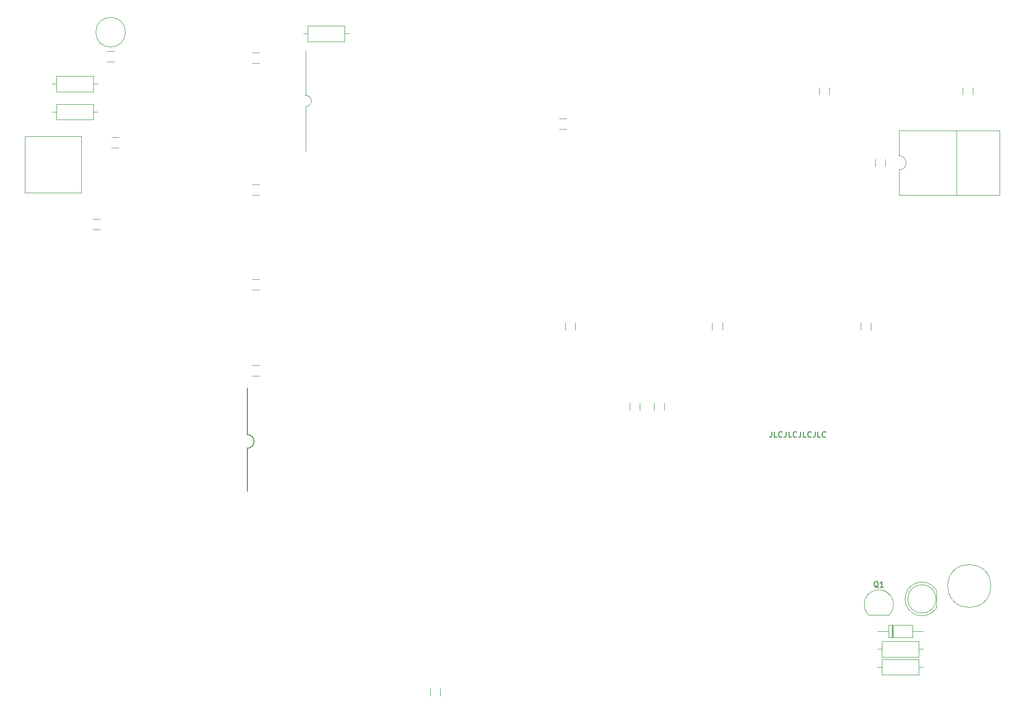
<source format=gto>
G04 #@! TF.GenerationSoftware,KiCad,Pcbnew,(7.99.0-363-gaf7eb36925)*
G04 #@! TF.CreationDate,2023-03-17T22:25:54-06:00*
G04 #@! TF.ProjectId,FennecVTI,46656e6e-6563-4565-9449-2e6b69636164,rev?*
G04 #@! TF.SameCoordinates,Original*
G04 #@! TF.FileFunction,Legend,Top*
G04 #@! TF.FilePolarity,Positive*
%FSLAX46Y46*%
G04 Gerber Fmt 4.6, Leading zero omitted, Abs format (unit mm)*
G04 Created by KiCad (PCBNEW (7.99.0-363-gaf7eb36925)) date 2023-03-17 22:25:54*
%MOMM*%
%LPD*%
G01*
G04 APERTURE LIST*
G04 Aperture macros list*
%AMOutline5P*
0 Free polygon, 5 corners , with rotation*
0 The origin of the aperture is its center*
0 number of corners: always 5*
0 $1 to $10 corner X, Y*
0 $11 Rotation angle, in degrees counterclockwise*
0 create outline with 5 corners*
4,1,5,$1,$2,$3,$4,$5,$6,$7,$8,$9,$10,$1,$2,$11*%
%AMOutline6P*
0 Free polygon, 6 corners , with rotation*
0 The origin of the aperture is its center*
0 number of corners: always 6*
0 $1 to $12 corner X, Y*
0 $13 Rotation angle, in degrees counterclockwise*
0 create outline with 6 corners*
4,1,6,$1,$2,$3,$4,$5,$6,$7,$8,$9,$10,$11,$12,$1,$2,$13*%
%AMOutline7P*
0 Free polygon, 7 corners , with rotation*
0 The origin of the aperture is its center*
0 number of corners: always 7*
0 $1 to $14 corner X, Y*
0 $15 Rotation angle, in degrees counterclockwise*
0 create outline with 7 corners*
4,1,7,$1,$2,$3,$4,$5,$6,$7,$8,$9,$10,$11,$12,$13,$14,$1,$2,$15*%
%AMOutline8P*
0 Free polygon, 8 corners , with rotation*
0 The origin of the aperture is its center*
0 number of corners: always 8*
0 $1 to $16 corner X, Y*
0 $17 Rotation angle, in degrees counterclockwise*
0 create outline with 8 corners*
4,1,8,$1,$2,$3,$4,$5,$6,$7,$8,$9,$10,$11,$12,$13,$14,$15,$16,$1,$2,$17*%
G04 Aperture macros list end*
%ADD10C,0.152400*%
%ADD11C,0.150000*%
%ADD12C,0.120000*%
%ADD13Outline5P,-0.650000X0.650000X0.325000X0.650000X0.650000X0.325000X0.650000X-0.650000X-0.650000X-0.650000X0.000000*%
%ADD14C,1.300000*%
%ADD15O,1.600000X2.400000*%
%ADD16R,1.600000X2.400000*%
%ADD17R,1.700000X1.700000*%
%ADD18O,1.700000X1.700000*%
%ADD19R,1.778000X1.778000*%
%ADD20C,1.778000*%
%ADD21C,4.000000*%
%ADD22R,1.600000X1.600000*%
%ADD23C,1.600000*%
%ADD24R,1.270000X2.540000*%
%ADD25O,1.270000X2.540000*%
%ADD26R,1.270000X2.500000*%
%ADD27O,1.270000X2.500000*%
%ADD28O,1.600000X1.600000*%
%ADD29R,2.500000X1.270000*%
%ADD30O,2.500000X1.270000*%
%ADD31R,1.800000X1.800000*%
%ADD32C,1.800000*%
%ADD33O,3.556000X2.032000*%
%ADD34O,2.286000X3.556000*%
G04 APERTURE END LIST*
D10*
X77216000Y-106426000D02*
X77216000Y-114046000D01*
X77216000Y-104013000D02*
X77216000Y-95758000D01*
X77216000Y-106426000D02*
G75*
G03*
X77216000Y-104013000I0J1206500D01*
G01*
D11*
X170005951Y-103475619D02*
X170005951Y-104189904D01*
X170005951Y-104189904D02*
X169958332Y-104332761D01*
X169958332Y-104332761D02*
X169863094Y-104428000D01*
X169863094Y-104428000D02*
X169720237Y-104475619D01*
X169720237Y-104475619D02*
X169624999Y-104475619D01*
X170958332Y-104475619D02*
X170482142Y-104475619D01*
X170482142Y-104475619D02*
X170482142Y-103475619D01*
X171863094Y-104380380D02*
X171815475Y-104428000D01*
X171815475Y-104428000D02*
X171672618Y-104475619D01*
X171672618Y-104475619D02*
X171577380Y-104475619D01*
X171577380Y-104475619D02*
X171434523Y-104428000D01*
X171434523Y-104428000D02*
X171339285Y-104332761D01*
X171339285Y-104332761D02*
X171291666Y-104237523D01*
X171291666Y-104237523D02*
X171244047Y-104047047D01*
X171244047Y-104047047D02*
X171244047Y-103904190D01*
X171244047Y-103904190D02*
X171291666Y-103713714D01*
X171291666Y-103713714D02*
X171339285Y-103618476D01*
X171339285Y-103618476D02*
X171434523Y-103523238D01*
X171434523Y-103523238D02*
X171577380Y-103475619D01*
X171577380Y-103475619D02*
X171672618Y-103475619D01*
X171672618Y-103475619D02*
X171815475Y-103523238D01*
X171815475Y-103523238D02*
X171863094Y-103570857D01*
X172577380Y-103475619D02*
X172577380Y-104189904D01*
X172577380Y-104189904D02*
X172529761Y-104332761D01*
X172529761Y-104332761D02*
X172434523Y-104428000D01*
X172434523Y-104428000D02*
X172291666Y-104475619D01*
X172291666Y-104475619D02*
X172196428Y-104475619D01*
X173529761Y-104475619D02*
X173053571Y-104475619D01*
X173053571Y-104475619D02*
X173053571Y-103475619D01*
X174434523Y-104380380D02*
X174386904Y-104428000D01*
X174386904Y-104428000D02*
X174244047Y-104475619D01*
X174244047Y-104475619D02*
X174148809Y-104475619D01*
X174148809Y-104475619D02*
X174005952Y-104428000D01*
X174005952Y-104428000D02*
X173910714Y-104332761D01*
X173910714Y-104332761D02*
X173863095Y-104237523D01*
X173863095Y-104237523D02*
X173815476Y-104047047D01*
X173815476Y-104047047D02*
X173815476Y-103904190D01*
X173815476Y-103904190D02*
X173863095Y-103713714D01*
X173863095Y-103713714D02*
X173910714Y-103618476D01*
X173910714Y-103618476D02*
X174005952Y-103523238D01*
X174005952Y-103523238D02*
X174148809Y-103475619D01*
X174148809Y-103475619D02*
X174244047Y-103475619D01*
X174244047Y-103475619D02*
X174386904Y-103523238D01*
X174386904Y-103523238D02*
X174434523Y-103570857D01*
X175148809Y-103475619D02*
X175148809Y-104189904D01*
X175148809Y-104189904D02*
X175101190Y-104332761D01*
X175101190Y-104332761D02*
X175005952Y-104428000D01*
X175005952Y-104428000D02*
X174863095Y-104475619D01*
X174863095Y-104475619D02*
X174767857Y-104475619D01*
X176101190Y-104475619D02*
X175625000Y-104475619D01*
X175625000Y-104475619D02*
X175625000Y-103475619D01*
X177005952Y-104380380D02*
X176958333Y-104428000D01*
X176958333Y-104428000D02*
X176815476Y-104475619D01*
X176815476Y-104475619D02*
X176720238Y-104475619D01*
X176720238Y-104475619D02*
X176577381Y-104428000D01*
X176577381Y-104428000D02*
X176482143Y-104332761D01*
X176482143Y-104332761D02*
X176434524Y-104237523D01*
X176434524Y-104237523D02*
X176386905Y-104047047D01*
X176386905Y-104047047D02*
X176386905Y-103904190D01*
X176386905Y-103904190D02*
X176434524Y-103713714D01*
X176434524Y-103713714D02*
X176482143Y-103618476D01*
X176482143Y-103618476D02*
X176577381Y-103523238D01*
X176577381Y-103523238D02*
X176720238Y-103475619D01*
X176720238Y-103475619D02*
X176815476Y-103475619D01*
X176815476Y-103475619D02*
X176958333Y-103523238D01*
X176958333Y-103523238D02*
X177005952Y-103570857D01*
X177720238Y-103475619D02*
X177720238Y-104189904D01*
X177720238Y-104189904D02*
X177672619Y-104332761D01*
X177672619Y-104332761D02*
X177577381Y-104428000D01*
X177577381Y-104428000D02*
X177434524Y-104475619D01*
X177434524Y-104475619D02*
X177339286Y-104475619D01*
X178672619Y-104475619D02*
X178196429Y-104475619D01*
X178196429Y-104475619D02*
X178196429Y-103475619D01*
X179577381Y-104380380D02*
X179529762Y-104428000D01*
X179529762Y-104428000D02*
X179386905Y-104475619D01*
X179386905Y-104475619D02*
X179291667Y-104475619D01*
X179291667Y-104475619D02*
X179148810Y-104428000D01*
X179148810Y-104428000D02*
X179053572Y-104332761D01*
X179053572Y-104332761D02*
X179005953Y-104237523D01*
X179005953Y-104237523D02*
X178958334Y-104047047D01*
X178958334Y-104047047D02*
X178958334Y-103904190D01*
X178958334Y-103904190D02*
X179005953Y-103713714D01*
X179005953Y-103713714D02*
X179053572Y-103618476D01*
X179053572Y-103618476D02*
X179148810Y-103523238D01*
X179148810Y-103523238D02*
X179291667Y-103475619D01*
X179291667Y-103475619D02*
X179386905Y-103475619D01*
X179386905Y-103475619D02*
X179529762Y-103523238D01*
X179529762Y-103523238D02*
X179577381Y-103570857D01*
X188880761Y-131088857D02*
X188785523Y-131041238D01*
X188785523Y-131041238D02*
X188690285Y-130946000D01*
X188690285Y-130946000D02*
X188547428Y-130803142D01*
X188547428Y-130803142D02*
X188452190Y-130755523D01*
X188452190Y-130755523D02*
X188356952Y-130755523D01*
X188404571Y-130993619D02*
X188309333Y-130946000D01*
X188309333Y-130946000D02*
X188214095Y-130850761D01*
X188214095Y-130850761D02*
X188166476Y-130660285D01*
X188166476Y-130660285D02*
X188166476Y-130326952D01*
X188166476Y-130326952D02*
X188214095Y-130136476D01*
X188214095Y-130136476D02*
X188309333Y-130041238D01*
X188309333Y-130041238D02*
X188404571Y-129993619D01*
X188404571Y-129993619D02*
X188595047Y-129993619D01*
X188595047Y-129993619D02*
X188690285Y-130041238D01*
X188690285Y-130041238D02*
X188785523Y-130136476D01*
X188785523Y-130136476D02*
X188833142Y-130326952D01*
X188833142Y-130326952D02*
X188833142Y-130660285D01*
X188833142Y-130660285D02*
X188785523Y-130850761D01*
X188785523Y-130850761D02*
X188690285Y-130946000D01*
X188690285Y-130946000D02*
X188595047Y-130993619D01*
X188595047Y-130993619D02*
X188404571Y-130993619D01*
X189785523Y-130993619D02*
X189214095Y-130993619D01*
X189499809Y-130993619D02*
X189499809Y-129993619D01*
X189499809Y-129993619D02*
X189404571Y-130136476D01*
X189404571Y-130136476D02*
X189309333Y-130231714D01*
X189309333Y-130231714D02*
X189214095Y-130279333D01*
D12*
X187176000Y-135941000D02*
X190776000Y-135941000D01*
X190814478Y-135929478D02*
G75*
G03*
X188976000Y-131491000I-1838478J1838478D01*
G01*
X188976000Y-131491000D02*
G75*
G03*
X187137522Y-135929478I0J-2600000D01*
G01*
X187610000Y-84227000D02*
X187610000Y-85485000D01*
X185770000Y-84227000D02*
X185770000Y-85485000D01*
X192532000Y-54610000D02*
X192532000Y-50165000D01*
X192532000Y-57150000D02*
X192532000Y-61595000D01*
X192532000Y-61595000D02*
X200152000Y-61595000D01*
X200152000Y-50165000D02*
X192532000Y-50165000D01*
X200152000Y-61595000D02*
X210312000Y-61595000D01*
X202692000Y-50165000D02*
X202692000Y-61595000D01*
X210312000Y-50165000D02*
X200152000Y-50165000D01*
X210312000Y-61595000D02*
X210312000Y-50165000D01*
X192532000Y-57150000D02*
G75*
G03*
X192532000Y-54610000I0J1270000D01*
G01*
X188746000Y-141986000D02*
X189516000Y-141986000D01*
X189516000Y-140616000D02*
X189516000Y-143356000D01*
X189516000Y-143356000D02*
X196056000Y-143356000D01*
X196056000Y-140616000D02*
X189516000Y-140616000D01*
X196056000Y-143356000D02*
X196056000Y-140616000D01*
X196826000Y-141986000D02*
X196056000Y-141986000D01*
X50776000Y-41910000D02*
X50006000Y-41910000D01*
X50006000Y-43280000D02*
X50006000Y-40540000D01*
X50006000Y-40540000D02*
X43466000Y-40540000D01*
X43466000Y-43280000D02*
X50006000Y-43280000D01*
X43466000Y-40540000D02*
X43466000Y-43280000D01*
X42696000Y-41910000D02*
X43466000Y-41910000D01*
X95226000Y-33020000D02*
X94456000Y-33020000D01*
X94456000Y-34390000D02*
X94456000Y-31650000D01*
X94456000Y-31650000D02*
X87916000Y-31650000D01*
X87916000Y-34390000D02*
X94456000Y-34390000D01*
X87916000Y-31650000D02*
X87916000Y-34390000D01*
X87146000Y-33020000D02*
X87916000Y-33020000D01*
X208788000Y-130808349D02*
G75*
G03*
X208788000Y-130808349I-3810000J0D01*
G01*
X87565000Y-45958000D02*
X87565000Y-53848000D01*
X87565000Y-36068000D02*
X87565000Y-43958000D01*
X87565000Y-45958000D02*
G75*
G03*
X87565000Y-43958000I0J1000000D01*
G01*
X79369000Y-61626000D02*
X78111000Y-61626000D01*
X79369000Y-59786000D02*
X78111000Y-59786000D01*
X53715000Y-38004000D02*
X52457000Y-38004000D01*
X53715000Y-36164000D02*
X52457000Y-36164000D01*
X199161000Y-134641000D02*
X199161000Y-131551000D01*
X193611001Y-133095538D02*
G75*
G03*
X199160999Y-134640830I2989999J-462D01*
G01*
X199161000Y-131551170D02*
G75*
G03*
X193611000Y-133096462I-2560000J-1544830D01*
G01*
X199101000Y-133096000D02*
G75*
G03*
X199101000Y-133096000I-2500000J0D01*
G01*
X111410000Y-148977000D02*
X111410000Y-150235000D01*
X109570000Y-148977000D02*
X109570000Y-150235000D01*
X79349000Y-78390000D02*
X78091000Y-78390000D01*
X79349000Y-76550000D02*
X78091000Y-76550000D01*
X205644000Y-42535000D02*
X205644000Y-43793000D01*
X203804000Y-42535000D02*
X203804000Y-43793000D01*
X135286000Y-84187000D02*
X135286000Y-85445000D01*
X133446000Y-84187000D02*
X133446000Y-85445000D01*
X188746000Y-138811000D02*
X190666000Y-138811000D01*
X190666000Y-137691000D02*
X190666000Y-139931000D01*
X190666000Y-139931000D02*
X194906000Y-139931000D01*
X191266000Y-137691000D02*
X191266000Y-139931000D01*
X191386000Y-137691000D02*
X191386000Y-139931000D01*
X191506000Y-137691000D02*
X191506000Y-139931000D01*
X194906000Y-137691000D02*
X190666000Y-137691000D01*
X194906000Y-139931000D02*
X194906000Y-137691000D01*
X196826000Y-138811000D02*
X194906000Y-138811000D01*
X161321000Y-84187000D02*
X161321000Y-85445000D01*
X159481000Y-84187000D02*
X159481000Y-85445000D01*
X144876000Y-99689000D02*
X144876000Y-98431000D01*
X146716000Y-99689000D02*
X146716000Y-98431000D01*
X188746000Y-145161000D02*
X189516000Y-145161000D01*
X189516000Y-143791000D02*
X189516000Y-146531000D01*
X189516000Y-146531000D02*
X196056000Y-146531000D01*
X196056000Y-143791000D02*
X189516000Y-143791000D01*
X196056000Y-146531000D02*
X196056000Y-143791000D01*
X196826000Y-145161000D02*
X196056000Y-145161000D01*
X79389000Y-93630000D02*
X78131000Y-93630000D01*
X79389000Y-91790000D02*
X78131000Y-91790000D01*
X190150000Y-55251000D02*
X190150000Y-56509000D01*
X188310000Y-55251000D02*
X188310000Y-56509000D01*
X51175000Y-67722000D02*
X49917000Y-67722000D01*
X51175000Y-65882000D02*
X49917000Y-65882000D01*
X50776000Y-46863000D02*
X50006000Y-46863000D01*
X50006000Y-48233000D02*
X50006000Y-45493000D01*
X50006000Y-45493000D02*
X43466000Y-45493000D01*
X43466000Y-48233000D02*
X50006000Y-48233000D01*
X43466000Y-45493000D02*
X43466000Y-48233000D01*
X42696000Y-46863000D02*
X43466000Y-46863000D01*
X47850000Y-51205000D02*
X47850000Y-61205000D01*
X37850000Y-51205000D02*
X47850000Y-51205000D01*
X47850000Y-61205000D02*
X41850000Y-61205000D01*
X41850000Y-61205000D02*
X37850000Y-61205000D01*
X37850000Y-61205000D02*
X37850000Y-51205000D01*
X133745000Y-49942000D02*
X132487000Y-49942000D01*
X133745000Y-48102000D02*
X132487000Y-48102000D01*
X180244000Y-42551000D02*
X180244000Y-43809000D01*
X178404000Y-42551000D02*
X178404000Y-43809000D01*
X79349000Y-38258000D02*
X78091000Y-38258000D01*
X79349000Y-36418000D02*
X78091000Y-36418000D01*
X149194000Y-99729000D02*
X149194000Y-98471000D01*
X151034000Y-99729000D02*
X151034000Y-98471000D01*
X54477000Y-53244000D02*
X53219000Y-53244000D01*
X54477000Y-51404000D02*
X53219000Y-51404000D01*
X55661113Y-32766000D02*
G75*
G03*
X55661113Y-32766000I-2620000J0D01*
G01*
%LPC*%
D13*
X187706000Y-134091000D03*
D14*
X188976000Y-132821000D03*
X190246000Y-134091000D03*
D15*
X73406000Y-97282000D03*
X75946000Y-97282000D03*
X78486000Y-97282000D03*
X81026000Y-97282000D03*
X83566000Y-97282000D03*
X86106000Y-97282000D03*
X88646000Y-97282000D03*
X91186000Y-97282000D03*
X93726000Y-97282000D03*
X96266000Y-97282000D03*
X98806000Y-97282000D03*
X101346000Y-97282000D03*
X103886000Y-97282000D03*
X106426000Y-97282000D03*
X106426000Y-112522000D03*
X103886000Y-112522000D03*
X101346000Y-112522000D03*
X98806000Y-112522000D03*
X96266000Y-112522000D03*
X93726000Y-112522000D03*
X91186000Y-112522000D03*
X88646000Y-112522000D03*
X86106000Y-112522000D03*
X83566000Y-112522000D03*
X81026000Y-112522000D03*
D16*
X78486000Y-112522000D03*
D15*
X75946000Y-112522000D03*
D16*
X73406000Y-112522000D03*
X78486000Y-112527000D03*
D15*
X81026000Y-112527000D03*
X83566000Y-112527000D03*
X86106000Y-112527000D03*
X88646000Y-112527000D03*
X91186000Y-112527000D03*
X93726000Y-112527000D03*
X96266000Y-112527000D03*
X98806000Y-112527000D03*
X101346000Y-112527000D03*
X103886000Y-112527000D03*
X106426000Y-112527000D03*
X106426000Y-97287000D03*
X103886000Y-97287000D03*
X101346000Y-97287000D03*
X98806000Y-97287000D03*
X96266000Y-97287000D03*
X93726000Y-97287000D03*
X91186000Y-97287000D03*
X88646000Y-97287000D03*
X86106000Y-97287000D03*
X83566000Y-97287000D03*
X81026000Y-97287000D03*
X78486000Y-97287000D03*
D17*
X72771000Y-147828000D03*
D18*
X75311000Y-147828000D03*
X77851000Y-147828000D03*
X80391000Y-147828000D03*
X82931000Y-147828000D03*
X85471000Y-147828000D03*
X88011000Y-147828000D03*
X90551000Y-147828000D03*
X93091000Y-147828000D03*
X95631000Y-147828000D03*
X98171000Y-147828000D03*
X100711000Y-147828000D03*
X103251000Y-147828000D03*
X105791000Y-147828000D03*
D19*
X247650000Y-50292000D03*
D20*
X247650000Y-52832000D03*
X247650000Y-55372000D03*
X247650000Y-57912000D03*
X247650000Y-60452000D03*
X250190000Y-50292000D03*
X250190000Y-52832000D03*
X250190000Y-55372000D03*
X250190000Y-57912000D03*
X250190000Y-60452000D03*
X229870000Y-29972000D03*
X229870000Y-32512000D03*
X229870000Y-35052000D03*
X232410000Y-29972000D03*
X232410000Y-32512000D03*
X232410000Y-35052000D03*
D21*
X46650331Y-72600000D03*
X46650331Y-97600000D03*
D22*
X48070331Y-90640000D03*
D23*
X48070331Y-87870000D03*
X48070331Y-85100000D03*
X48070331Y-82330000D03*
X48070331Y-79560000D03*
X45230331Y-89255000D03*
X45230331Y-86485000D03*
X45230331Y-83715000D03*
X45230331Y-80945000D03*
D19*
X234950000Y-113792000D03*
D20*
X234950000Y-116332000D03*
X234950000Y-118872000D03*
X234950000Y-121412000D03*
X234950000Y-123952000D03*
X237490000Y-113792000D03*
X237490000Y-116332000D03*
X237490000Y-118872000D03*
X237490000Y-121412000D03*
X237490000Y-123952000D03*
X240030000Y-113792000D03*
X240030000Y-116332000D03*
X240030000Y-118872000D03*
X240030000Y-121412000D03*
X240030000Y-123952000D03*
X242570000Y-113792000D03*
X242570000Y-116332000D03*
X242570000Y-118872000D03*
X242570000Y-121412000D03*
X242570000Y-123952000D03*
X245110000Y-113792000D03*
X245110000Y-116332000D03*
X245110000Y-118872000D03*
X245110000Y-121412000D03*
X245110000Y-123952000D03*
D19*
X247650000Y-101092000D03*
D20*
X247650000Y-103632000D03*
X247650000Y-106172000D03*
X247650000Y-108712000D03*
X247650000Y-111252000D03*
X250190000Y-101092000D03*
X250190000Y-103632000D03*
X250190000Y-106172000D03*
X250190000Y-108712000D03*
X250190000Y-111252000D03*
X212090000Y-116332000D03*
X212090000Y-118872000D03*
X212090000Y-121412000D03*
X212090000Y-123952000D03*
X214630000Y-113792000D03*
X214630000Y-116332000D03*
X214630000Y-118872000D03*
X214630000Y-121412000D03*
X214630000Y-123952000D03*
X217170000Y-113792000D03*
X217170000Y-116332000D03*
X217170000Y-118872000D03*
X217170000Y-121412000D03*
X217170000Y-123952000D03*
X219710000Y-113792000D03*
X219710000Y-116332000D03*
X219710000Y-118872000D03*
X219710000Y-121412000D03*
X219710000Y-123952000D03*
D23*
X186690000Y-83606000D03*
X186690000Y-86106000D03*
D20*
X229870000Y-37592000D03*
X229870000Y-40132000D03*
X229870000Y-42672000D03*
X229870000Y-45212000D03*
X229870000Y-47752000D03*
X232410000Y-37592000D03*
X232410000Y-40132000D03*
X232410000Y-42672000D03*
X232410000Y-45212000D03*
X232410000Y-47752000D03*
D19*
X222250000Y-62992000D03*
D20*
X222250000Y-65532000D03*
X222250000Y-68072000D03*
X222250000Y-70612000D03*
X222250000Y-73152000D03*
X224790000Y-62992000D03*
X224790000Y-65532000D03*
X224790000Y-68072000D03*
X224790000Y-70612000D03*
X224790000Y-73152000D03*
X227330000Y-62992000D03*
X227330000Y-65532000D03*
X227330000Y-68072000D03*
X227330000Y-70612000D03*
X227330000Y-73152000D03*
X229870000Y-62992000D03*
X229870000Y-65532000D03*
X229870000Y-68072000D03*
X229870000Y-70612000D03*
X229870000Y-73152000D03*
X232410000Y-62992000D03*
X232410000Y-65532000D03*
X232410000Y-68072000D03*
X232410000Y-70612000D03*
X232410000Y-73152000D03*
D24*
X83820000Y-66498000D03*
D25*
X86360000Y-66498000D03*
X88900000Y-66498000D03*
X91440000Y-66498000D03*
X93980000Y-66498000D03*
X96520000Y-66498000D03*
X99060000Y-66498000D03*
X101600000Y-66498000D03*
X104140000Y-66498000D03*
X106680000Y-66498000D03*
X106680000Y-58978000D03*
X104140000Y-58978000D03*
X101600000Y-58978000D03*
X99060000Y-58978000D03*
X96520000Y-58978000D03*
X93980000Y-58978000D03*
X91440000Y-58978000D03*
X88900000Y-58978000D03*
X86360000Y-58978000D03*
X83820000Y-58978000D03*
D26*
X193802000Y-59640000D03*
D27*
X201422000Y-59640000D03*
X209042000Y-59640000D03*
X201422000Y-52120000D03*
X209042000Y-52120000D03*
X193802000Y-52120000D03*
D19*
X234950000Y-88392000D03*
D20*
X234950000Y-90932000D03*
X234950000Y-93472000D03*
X234950000Y-96012000D03*
X234950000Y-98552000D03*
X237490000Y-88392000D03*
X237490000Y-90932000D03*
X237490000Y-93472000D03*
X237490000Y-96012000D03*
X237490000Y-98552000D03*
X240030000Y-88392000D03*
X240030000Y-90932000D03*
X240030000Y-93472000D03*
X240030000Y-96012000D03*
X240030000Y-98552000D03*
X242570000Y-88392000D03*
X242570000Y-90932000D03*
X242570000Y-93472000D03*
X242570000Y-96012000D03*
X242570000Y-98552000D03*
X245110000Y-88392000D03*
X245110000Y-90932000D03*
X245110000Y-93472000D03*
X245110000Y-96012000D03*
X245110000Y-98552000D03*
D24*
X83820000Y-84836000D03*
D25*
X86360000Y-84836000D03*
X88900000Y-84836000D03*
X91440000Y-84836000D03*
X93980000Y-84836000D03*
X96520000Y-84836000D03*
X99060000Y-84836000D03*
X101600000Y-84836000D03*
X104140000Y-84836000D03*
X106680000Y-84836000D03*
X106680000Y-77316000D03*
X104140000Y-77316000D03*
X101600000Y-77316000D03*
X99060000Y-77316000D03*
X96520000Y-77316000D03*
X93980000Y-77316000D03*
X91440000Y-77316000D03*
X88900000Y-77316000D03*
X86360000Y-77316000D03*
X83820000Y-77316000D03*
D26*
X201676000Y-100350000D03*
D27*
X199136000Y-100350000D03*
X196596000Y-100350000D03*
X194056000Y-100350000D03*
X191516000Y-100350000D03*
X188976000Y-100350000D03*
X186436000Y-100350000D03*
X183896000Y-100350000D03*
X181356000Y-100350000D03*
X178816000Y-100350000D03*
X176276000Y-100350000D03*
X173736000Y-100350000D03*
X171196000Y-100350000D03*
X168656000Y-100350000D03*
X166116000Y-100350000D03*
X163576000Y-100350000D03*
X161036000Y-100350000D03*
X158496000Y-100350000D03*
X155956000Y-100350000D03*
X153416000Y-100350000D03*
X153416000Y-115550000D03*
X155956000Y-115550000D03*
X158496000Y-115550000D03*
X161036000Y-115550000D03*
X163576000Y-115550000D03*
X166116000Y-115550000D03*
X168656000Y-115550000D03*
X171196000Y-115550000D03*
X173736000Y-115550000D03*
X176276000Y-115550000D03*
X178816000Y-115550000D03*
X181356000Y-115550000D03*
X183896000Y-115550000D03*
X186436000Y-115550000D03*
X188976000Y-115550000D03*
X191516000Y-115550000D03*
X194056000Y-115550000D03*
X196596000Y-115550000D03*
X199136000Y-115550000D03*
X201676000Y-115550000D03*
D23*
X187706000Y-141986000D03*
D28*
X197866000Y-141986000D03*
D23*
X51816000Y-41910000D03*
D28*
X41656000Y-41910000D03*
D19*
X222250000Y-88392000D03*
D20*
X222250000Y-90932000D03*
X222250000Y-93472000D03*
X222250000Y-96012000D03*
X222250000Y-98552000D03*
X224790000Y-88392000D03*
X224790000Y-90932000D03*
X224790000Y-93472000D03*
X224790000Y-96012000D03*
X224790000Y-98552000D03*
X227330000Y-88392000D03*
X227330000Y-90932000D03*
X227330000Y-93472000D03*
X227330000Y-96012000D03*
X227330000Y-98552000D03*
X229870000Y-88392000D03*
X229870000Y-90932000D03*
X229870000Y-93472000D03*
X229870000Y-96012000D03*
X229870000Y-98552000D03*
X232410000Y-88392000D03*
X232410000Y-90932000D03*
X232410000Y-93472000D03*
X232410000Y-96012000D03*
X232410000Y-98552000D03*
D23*
X96266000Y-33020000D03*
D28*
X86106000Y-33020000D03*
D22*
X204978000Y-128903349D03*
D23*
X204978000Y-132403349D03*
D16*
X88895000Y-52578000D03*
D15*
X91435000Y-52578000D03*
X93975000Y-52578000D03*
X96515000Y-52578000D03*
X99055000Y-52578000D03*
X101595000Y-52578000D03*
X104135000Y-52578000D03*
X106675000Y-52578000D03*
X109215000Y-52578000D03*
X111755000Y-52578000D03*
X114295000Y-52578000D03*
X116835000Y-52578000D03*
X116835000Y-37338000D03*
X114295000Y-37338000D03*
X111755000Y-37338000D03*
X109215000Y-37338000D03*
X106675000Y-37338000D03*
X104135000Y-37338000D03*
X101595000Y-37338000D03*
X99055000Y-37338000D03*
X96515000Y-37338000D03*
X93975000Y-37338000D03*
X91435000Y-37338000D03*
X88895000Y-37338000D03*
D23*
X79990000Y-60706000D03*
X77490000Y-60706000D03*
X54336000Y-37084000D03*
X51836000Y-37084000D03*
D19*
X234950000Y-101092000D03*
D20*
X234950000Y-103632000D03*
X234950000Y-106172000D03*
X234950000Y-108712000D03*
X234950000Y-111252000D03*
X237490000Y-101092000D03*
X237490000Y-103632000D03*
X237490000Y-106172000D03*
X237490000Y-108712000D03*
X237490000Y-111252000D03*
X240030000Y-101092000D03*
X240030000Y-103632000D03*
X240030000Y-106172000D03*
X240030000Y-108712000D03*
X240030000Y-111252000D03*
X242570000Y-101092000D03*
X242570000Y-103632000D03*
X242570000Y-106172000D03*
X242570000Y-108712000D03*
X242570000Y-111252000D03*
X245110000Y-101092000D03*
X245110000Y-103632000D03*
X245110000Y-106172000D03*
X245110000Y-108712000D03*
X245110000Y-111252000D03*
D17*
X71740000Y-83693000D03*
D18*
X69200000Y-83693000D03*
X66660000Y-83693000D03*
D29*
X134670000Y-100330000D03*
D30*
X134670000Y-102870000D03*
X134670000Y-105410000D03*
X134670000Y-107950000D03*
X134670000Y-110490000D03*
X134670000Y-113030000D03*
X134670000Y-115570000D03*
X142190000Y-115570000D03*
X142190000Y-113030000D03*
X142190000Y-110490000D03*
X142190000Y-107950000D03*
X142190000Y-105410000D03*
X142190000Y-102870000D03*
X142190000Y-100330000D03*
D19*
X247650000Y-62992000D03*
D20*
X247650000Y-65532000D03*
X247650000Y-68072000D03*
X247650000Y-70612000D03*
X247650000Y-73152000D03*
X250190000Y-62992000D03*
X250190000Y-65532000D03*
X250190000Y-68072000D03*
X250190000Y-70612000D03*
X250190000Y-73152000D03*
D24*
X190881000Y-88546000D03*
D25*
X193421000Y-88546000D03*
X195961000Y-88546000D03*
X198501000Y-88546000D03*
X201041000Y-88546000D03*
X203581000Y-88546000D03*
X206121000Y-88546000D03*
X208661000Y-88546000D03*
X208661000Y-81026000D03*
X206121000Y-81026000D03*
X203581000Y-81026000D03*
X201041000Y-81026000D03*
X198501000Y-81026000D03*
X195961000Y-81026000D03*
X193421000Y-81026000D03*
X190881000Y-81026000D03*
D19*
X247650000Y-75692000D03*
D20*
X247650000Y-78232000D03*
X247650000Y-80772000D03*
X247650000Y-83312000D03*
X247650000Y-85852000D03*
X250190000Y-75692000D03*
X250190000Y-78232000D03*
X250190000Y-80772000D03*
X250190000Y-83312000D03*
X250190000Y-85852000D03*
D17*
X166370000Y-137414000D03*
D18*
X166370000Y-134874000D03*
X168910000Y-137414000D03*
X168910000Y-134874000D03*
X171450000Y-137414000D03*
X171450000Y-134874000D03*
X173990000Y-137414000D03*
X173990000Y-134874000D03*
X176530000Y-137414000D03*
X176530000Y-134874000D03*
X179070000Y-137414000D03*
X179070000Y-134874000D03*
D31*
X197871000Y-133096000D03*
D32*
X195331000Y-133096000D03*
D23*
X110490000Y-148356000D03*
X110490000Y-150856000D03*
D21*
X46840000Y-113355000D03*
X46840000Y-146655000D03*
D22*
X48260000Y-139700000D03*
D23*
X48260000Y-136930000D03*
X48260000Y-134160000D03*
X48260000Y-131390000D03*
X48260000Y-128620000D03*
X48260000Y-125850000D03*
X48260000Y-123080000D03*
X48260000Y-120310000D03*
X45420000Y-138315000D03*
X45420000Y-135545000D03*
X45420000Y-132775000D03*
X45420000Y-130005000D03*
X45420000Y-127235000D03*
X45420000Y-124465000D03*
X45420000Y-121695000D03*
X79970000Y-77470000D03*
X77470000Y-77470000D03*
D26*
X57658000Y-45974000D03*
D27*
X60198000Y-45974000D03*
X62738000Y-45974000D03*
X65278000Y-45974000D03*
X67818000Y-45974000D03*
X70358000Y-45974000D03*
X72898000Y-45974000D03*
X72898000Y-38454000D03*
X70358000Y-38454000D03*
X67818000Y-38454000D03*
X65278000Y-38454000D03*
X62738000Y-38454000D03*
X60198000Y-38454000D03*
X57658000Y-38454000D03*
D20*
X217170000Y-111252000D03*
X219710000Y-108712000D03*
X219710000Y-111252000D03*
D19*
X234950000Y-126492000D03*
D20*
X234950000Y-129032000D03*
X234950000Y-131572000D03*
X237490000Y-126492000D03*
X237490000Y-129032000D03*
X237490000Y-131572000D03*
X240030000Y-126492000D03*
X240030000Y-129032000D03*
X240030000Y-131572000D03*
X242570000Y-126492000D03*
X242570000Y-129032000D03*
X242570000Y-131572000D03*
X245110000Y-126492000D03*
X245110000Y-129032000D03*
X245110000Y-131572000D03*
D23*
X204724000Y-41914000D03*
X204724000Y-44414000D03*
X134366000Y-83566000D03*
X134366000Y-86066000D03*
D26*
X57658000Y-140462000D03*
D27*
X60198000Y-140462000D03*
X62738000Y-140462000D03*
X65278000Y-140462000D03*
X67818000Y-140462000D03*
X70358000Y-140462000D03*
X72898000Y-140462000D03*
X75438000Y-140462000D03*
X77978000Y-140462000D03*
X80518000Y-140462000D03*
X83058000Y-140462000D03*
X85598000Y-140462000D03*
X88138000Y-140462000D03*
X90678000Y-140462000D03*
X93218000Y-140462000D03*
X95758000Y-140462000D03*
X98298000Y-140462000D03*
X100838000Y-140462000D03*
X103378000Y-140462000D03*
X105918000Y-140462000D03*
X105918000Y-125262000D03*
X103378000Y-125262000D03*
X100838000Y-125262000D03*
X98298000Y-125262000D03*
X95758000Y-125262000D03*
X93218000Y-125262000D03*
X90678000Y-125262000D03*
X88138000Y-125262000D03*
X85598000Y-125262000D03*
X83058000Y-125262000D03*
X80518000Y-125262000D03*
X77978000Y-125262000D03*
X75438000Y-125262000D03*
X72898000Y-125262000D03*
X70358000Y-125262000D03*
X67818000Y-125262000D03*
X65278000Y-125262000D03*
X62738000Y-125262000D03*
X60198000Y-125262000D03*
X57658000Y-125262000D03*
D22*
X187706000Y-138811000D03*
D28*
X197866000Y-138811000D03*
D17*
X56129000Y-147828000D03*
D18*
X58669000Y-147828000D03*
D17*
X99568000Y-33020000D03*
D18*
X102108000Y-33020000D03*
D23*
X160401000Y-83566000D03*
X160401000Y-86066000D03*
D24*
X138811000Y-88596000D03*
D25*
X141351000Y-88596000D03*
X143891000Y-88596000D03*
X146431000Y-88596000D03*
X148971000Y-88596000D03*
X151511000Y-88596000D03*
X154051000Y-88596000D03*
X156591000Y-88596000D03*
X156591000Y-81076000D03*
X154051000Y-81076000D03*
X151511000Y-81076000D03*
X148971000Y-81076000D03*
X146431000Y-81076000D03*
X143891000Y-81076000D03*
X141351000Y-81076000D03*
X138811000Y-81076000D03*
D23*
X145796000Y-100310000D03*
X145796000Y-97810000D03*
D17*
X66548000Y-147828000D03*
D18*
X64008000Y-147828000D03*
D23*
X187706000Y-145161000D03*
D28*
X197866000Y-145161000D03*
D16*
X138811000Y-64262000D03*
D15*
X141351000Y-64262000D03*
X143891000Y-64262000D03*
X146431000Y-64262000D03*
X148971000Y-64262000D03*
X151511000Y-64262000D03*
X154051000Y-64262000D03*
X156591000Y-64262000D03*
X159131000Y-64262000D03*
X161671000Y-64262000D03*
X164211000Y-64262000D03*
X166751000Y-64262000D03*
X166751000Y-49022000D03*
X164211000Y-49022000D03*
X161671000Y-49022000D03*
X159131000Y-49022000D03*
X156591000Y-49022000D03*
X154051000Y-49022000D03*
X151511000Y-49022000D03*
X148971000Y-49022000D03*
X146431000Y-49022000D03*
X143891000Y-49022000D03*
X141351000Y-49022000D03*
X138811000Y-49022000D03*
D19*
X222250000Y-126492000D03*
D20*
X222250000Y-129032000D03*
X222250000Y-131572000D03*
X224790000Y-126492000D03*
X224790000Y-129032000D03*
X224790000Y-131572000D03*
X227330000Y-126492000D03*
X227330000Y-129032000D03*
X227330000Y-131572000D03*
X229870000Y-126492000D03*
X229870000Y-129032000D03*
X229870000Y-131572000D03*
X232410000Y-126492000D03*
X232410000Y-129032000D03*
X232410000Y-131572000D03*
D24*
X164846000Y-88596000D03*
D25*
X167386000Y-88596000D03*
X169926000Y-88596000D03*
X172466000Y-88596000D03*
X175006000Y-88596000D03*
X177546000Y-88596000D03*
X180086000Y-88596000D03*
X182626000Y-88596000D03*
X182626000Y-81076000D03*
X180086000Y-81076000D03*
X177546000Y-81076000D03*
X175006000Y-81076000D03*
X172466000Y-81076000D03*
X169926000Y-81076000D03*
X167386000Y-81076000D03*
X164846000Y-81076000D03*
D23*
X80010000Y-92710000D03*
X77510000Y-92710000D03*
D19*
X234950000Y-75692000D03*
D20*
X234950000Y-78232000D03*
X234950000Y-80772000D03*
X234950000Y-83312000D03*
X234950000Y-85852000D03*
X237490000Y-75692000D03*
X237490000Y-78232000D03*
X237490000Y-80772000D03*
X237490000Y-83312000D03*
X237490000Y-85852000D03*
X240030000Y-75692000D03*
X240030000Y-78232000D03*
X240030000Y-80772000D03*
X240030000Y-83312000D03*
X240030000Y-85852000D03*
X242570000Y-75692000D03*
X242570000Y-78232000D03*
X242570000Y-80772000D03*
X242570000Y-83312000D03*
X242570000Y-85852000D03*
X245110000Y-75692000D03*
X245110000Y-78232000D03*
X245110000Y-80772000D03*
X245110000Y-83312000D03*
X245110000Y-85852000D03*
D23*
X189230000Y-54630000D03*
X189230000Y-57130000D03*
D19*
X234950000Y-50292000D03*
D20*
X234950000Y-52832000D03*
X234950000Y-55372000D03*
X234950000Y-57912000D03*
X234950000Y-60452000D03*
X237490000Y-50292000D03*
X237490000Y-52832000D03*
X237490000Y-55372000D03*
X237490000Y-57912000D03*
X237490000Y-60452000D03*
X240030000Y-50292000D03*
X240030000Y-52832000D03*
X240030000Y-55372000D03*
X240030000Y-57912000D03*
X240030000Y-60452000D03*
X242570000Y-50292000D03*
X242570000Y-52832000D03*
X242570000Y-55372000D03*
X242570000Y-57912000D03*
X242570000Y-60452000D03*
X245110000Y-50292000D03*
X245110000Y-52832000D03*
X245110000Y-55372000D03*
X245110000Y-57912000D03*
X245110000Y-60452000D03*
X212090000Y-126492000D03*
X212090000Y-129032000D03*
X212090000Y-131572000D03*
X214630000Y-126492000D03*
X214630000Y-129032000D03*
X214630000Y-131572000D03*
X217170000Y-126492000D03*
X217170000Y-129032000D03*
X217170000Y-131572000D03*
X219710000Y-126492000D03*
X219710000Y-129032000D03*
X219710000Y-131572000D03*
D16*
X83805000Y-52578000D03*
D15*
X86345000Y-52578000D03*
X88885000Y-52578000D03*
X91425000Y-52578000D03*
X93965000Y-52578000D03*
X96505000Y-52578000D03*
X99045000Y-52578000D03*
X101585000Y-52578000D03*
X104125000Y-52578000D03*
X106665000Y-52578000D03*
X109205000Y-52578000D03*
X111745000Y-52578000D03*
X114285000Y-52578000D03*
X116825000Y-52578000D03*
X116825000Y-37338000D03*
X114285000Y-37338000D03*
X111745000Y-37338000D03*
X109205000Y-37338000D03*
X106665000Y-37338000D03*
X104125000Y-37338000D03*
X101585000Y-37338000D03*
X99045000Y-37338000D03*
X96505000Y-37338000D03*
X93965000Y-37338000D03*
X91425000Y-37338000D03*
X88885000Y-37338000D03*
X86345000Y-37338000D03*
X83805000Y-37338000D03*
D23*
X51796000Y-66802000D03*
X49296000Y-66802000D03*
D17*
X134620000Y-147833004D03*
D18*
X134620000Y-145293004D03*
X137160000Y-147833004D03*
X137160000Y-145293004D03*
X139700000Y-147833004D03*
X139700000Y-145293004D03*
X142240000Y-147833004D03*
X142240000Y-145293004D03*
X144780000Y-147833004D03*
X144780000Y-145293004D03*
X147320000Y-147833004D03*
X147320000Y-145293004D03*
X149860000Y-147833004D03*
X149860000Y-145293004D03*
X152400000Y-147833004D03*
X152400000Y-145293004D03*
X154940000Y-147833004D03*
X154940000Y-145293004D03*
X157480000Y-147833004D03*
X157480000Y-145293004D03*
X160020000Y-147833004D03*
X160020000Y-145293004D03*
X162560000Y-147833004D03*
X162560000Y-145293004D03*
X165100000Y-147833004D03*
X165100000Y-145293004D03*
X167640000Y-147833004D03*
X167640000Y-145293004D03*
X170180000Y-147833004D03*
X170180000Y-145293004D03*
X172720000Y-147833004D03*
X172720000Y-145293004D03*
X175260000Y-147833004D03*
X175260000Y-145293004D03*
X177800000Y-147833004D03*
X177800000Y-145293004D03*
X180340000Y-147833004D03*
X180340000Y-145293004D03*
X182880000Y-147833004D03*
X182880000Y-145293004D03*
D24*
X55245000Y-78690000D03*
D25*
X57785000Y-78690000D03*
X60325000Y-78690000D03*
X62865000Y-78690000D03*
X65405000Y-78690000D03*
X67945000Y-78690000D03*
X70485000Y-78690000D03*
X73025000Y-78690000D03*
X73025000Y-71170000D03*
X70485000Y-71170000D03*
X67945000Y-71170000D03*
X65405000Y-71170000D03*
X62865000Y-71170000D03*
X60325000Y-71170000D03*
X57785000Y-71170000D03*
X55245000Y-71170000D03*
D23*
X51816000Y-46863000D03*
D28*
X41656000Y-46863000D03*
D19*
X234950000Y-62992000D03*
D20*
X234950000Y-65532000D03*
X234950000Y-68072000D03*
X234950000Y-70612000D03*
X234950000Y-73152000D03*
X237490000Y-62992000D03*
X237490000Y-65532000D03*
X237490000Y-68072000D03*
X237490000Y-70612000D03*
X237490000Y-73152000D03*
X240030000Y-62992000D03*
X240030000Y-65532000D03*
X240030000Y-68072000D03*
X240030000Y-70612000D03*
X240030000Y-73152000D03*
X242570000Y-62992000D03*
X242570000Y-65532000D03*
X242570000Y-68072000D03*
X242570000Y-70612000D03*
X242570000Y-73152000D03*
X245110000Y-62992000D03*
X245110000Y-65532000D03*
X245110000Y-68072000D03*
X245110000Y-70612000D03*
X245110000Y-73152000D03*
D30*
X66675000Y-99695000D03*
X66675000Y-102235000D03*
X66675000Y-104775000D03*
X66675000Y-107315000D03*
X66675000Y-109855000D03*
X66675000Y-112395000D03*
X66675000Y-114935000D03*
X59155000Y-114935000D03*
X59155000Y-112395000D03*
X59155000Y-109855000D03*
X59155000Y-107315000D03*
X59155000Y-104775000D03*
X59155000Y-102235000D03*
D29*
X59155000Y-99695000D03*
D19*
X247650000Y-37592000D03*
D20*
X247650000Y-40132000D03*
X247650000Y-42672000D03*
X247650000Y-45212000D03*
X247650000Y-47752000D03*
X250190000Y-37592000D03*
X250190000Y-40132000D03*
X250190000Y-42672000D03*
X250190000Y-45212000D03*
X250190000Y-47752000D03*
X222250000Y-106172000D03*
X222250000Y-108712000D03*
X222250000Y-111252000D03*
X224790000Y-103632000D03*
X224790000Y-106172000D03*
X224790000Y-108712000D03*
X224790000Y-111252000D03*
X227330000Y-101092000D03*
X227330000Y-103632000D03*
X227330000Y-106172000D03*
X227330000Y-108712000D03*
X227330000Y-111252000D03*
X229870000Y-101092000D03*
X229870000Y-103632000D03*
X229870000Y-106172000D03*
X229870000Y-108712000D03*
X229870000Y-111252000D03*
X232410000Y-101092000D03*
X232410000Y-103632000D03*
X232410000Y-106172000D03*
X232410000Y-108712000D03*
X232410000Y-111252000D03*
X234950000Y-29972000D03*
X234950000Y-32512000D03*
X234950000Y-35052000D03*
X237490000Y-29972000D03*
X237490000Y-32512000D03*
X237490000Y-35052000D03*
X240030000Y-29972000D03*
X240030000Y-32512000D03*
X240030000Y-35052000D03*
X242570000Y-29972000D03*
X242570000Y-32512000D03*
X242570000Y-35052000D03*
X245110000Y-29972000D03*
X245110000Y-32512000D03*
X245110000Y-35052000D03*
D19*
X247650000Y-113792000D03*
D20*
X247650000Y-116332000D03*
X247650000Y-118872000D03*
X247650000Y-121412000D03*
X247650000Y-123952000D03*
X250190000Y-113792000D03*
X250190000Y-116332000D03*
X250190000Y-118872000D03*
X250190000Y-121412000D03*
X250190000Y-123952000D03*
D19*
X247650000Y-126492000D03*
D20*
X247650000Y-129032000D03*
X247650000Y-131572000D03*
X250190000Y-126492000D03*
X250190000Y-129032000D03*
X250190000Y-131572000D03*
D33*
X45550000Y-52455000D03*
X45550000Y-59955000D03*
D34*
X41850000Y-56205000D03*
D23*
X134366000Y-49022000D03*
X131866000Y-49022000D03*
X179324000Y-41930000D03*
X179324000Y-44430000D03*
D19*
X247650000Y-88392000D03*
D20*
X247650000Y-90932000D03*
X247650000Y-93472000D03*
X247650000Y-96012000D03*
X247650000Y-98552000D03*
X250190000Y-88392000D03*
X250190000Y-90932000D03*
X250190000Y-93472000D03*
X250190000Y-96012000D03*
X250190000Y-98552000D03*
D24*
X183488500Y-46940000D03*
D25*
X186028500Y-46940000D03*
X188568500Y-46940000D03*
X191108500Y-46940000D03*
X193648500Y-46940000D03*
X196188500Y-46940000D03*
X198728500Y-46940000D03*
X201268500Y-46940000D03*
X201268500Y-39420000D03*
X198728500Y-39420000D03*
X196188500Y-39420000D03*
X193648500Y-39420000D03*
X191108500Y-39420000D03*
X188568500Y-39420000D03*
X186028500Y-39420000D03*
X183488500Y-39420000D03*
D19*
X222250000Y-113792000D03*
D20*
X222250000Y-116332000D03*
X222250000Y-118872000D03*
X222250000Y-121412000D03*
X222250000Y-123952000D03*
X224790000Y-113792000D03*
X224790000Y-116332000D03*
X224790000Y-118872000D03*
X224790000Y-121412000D03*
X224790000Y-123952000D03*
X227330000Y-113792000D03*
X227330000Y-116332000D03*
X227330000Y-118872000D03*
X227330000Y-121412000D03*
X227330000Y-123952000D03*
X229870000Y-113792000D03*
X229870000Y-116332000D03*
X229870000Y-118872000D03*
X229870000Y-121412000D03*
X229870000Y-123952000D03*
X232410000Y-113792000D03*
X232410000Y-116332000D03*
X232410000Y-118872000D03*
X232410000Y-121412000D03*
X232410000Y-123952000D03*
X247650000Y-29972000D03*
X247650000Y-32512000D03*
X247650000Y-35052000D03*
X250190000Y-29972000D03*
X250190000Y-32512000D03*
X250190000Y-35052000D03*
D19*
X222250000Y-75692000D03*
D20*
X222250000Y-78232000D03*
X222250000Y-80772000D03*
X222250000Y-83312000D03*
X224790000Y-75692000D03*
X224790000Y-78232000D03*
X224790000Y-80772000D03*
X224790000Y-83312000D03*
X224790000Y-85852000D03*
X227330000Y-75692000D03*
X227330000Y-78232000D03*
X227330000Y-80772000D03*
X227330000Y-83312000D03*
X227330000Y-85852000D03*
X229870000Y-75692000D03*
X229870000Y-78232000D03*
X229870000Y-80772000D03*
X229870000Y-83312000D03*
X229870000Y-85852000D03*
X232410000Y-75692000D03*
X232410000Y-78232000D03*
X232410000Y-80772000D03*
X232410000Y-83312000D03*
X232410000Y-85852000D03*
D24*
X55245000Y-63450000D03*
D25*
X57785000Y-63450000D03*
X60325000Y-63450000D03*
X62865000Y-63450000D03*
X65405000Y-63450000D03*
X67945000Y-63450000D03*
X70485000Y-63450000D03*
X73025000Y-63450000D03*
X73025000Y-55930000D03*
X70485000Y-55930000D03*
X67945000Y-55930000D03*
X65405000Y-55930000D03*
X62865000Y-55930000D03*
X60325000Y-55930000D03*
X57785000Y-55930000D03*
X55245000Y-55930000D03*
D23*
X79970000Y-37338000D03*
X77470000Y-37338000D03*
X150114000Y-100350000D03*
X150114000Y-97850000D03*
D20*
X222250000Y-60452000D03*
X224790000Y-60452000D03*
X227330000Y-50292000D03*
X227330000Y-52832000D03*
X227330000Y-55372000D03*
X227330000Y-57912000D03*
X227330000Y-60452000D03*
X229870000Y-50292000D03*
X229870000Y-52832000D03*
X229870000Y-55372000D03*
X229870000Y-57912000D03*
X229870000Y-60452000D03*
X232410000Y-50292000D03*
X232410000Y-52832000D03*
X232410000Y-55372000D03*
X232410000Y-57912000D03*
X232410000Y-60452000D03*
D23*
X55098000Y-52324000D03*
X52598000Y-52324000D03*
D26*
X208512500Y-46817000D03*
D27*
X211052500Y-46817000D03*
X213592500Y-46817000D03*
X216132500Y-46817000D03*
X218672500Y-46817000D03*
X221212500Y-46817000D03*
X223752500Y-46817000D03*
X223752500Y-39297000D03*
X221212500Y-39297000D03*
X218672500Y-39297000D03*
X216132500Y-39297000D03*
X213592500Y-39297000D03*
X211052500Y-39297000D03*
X208512500Y-39297000D03*
D22*
X54041113Y-32766000D03*
D23*
X52041113Y-32766000D03*
D19*
X234950000Y-37592000D03*
D20*
X234950000Y-40132000D03*
X234950000Y-42672000D03*
X234950000Y-45212000D03*
X234950000Y-47752000D03*
X237490000Y-37592000D03*
X237490000Y-40132000D03*
X237490000Y-42672000D03*
X237490000Y-45212000D03*
X237490000Y-47752000D03*
X240030000Y-37592000D03*
X240030000Y-40132000D03*
X240030000Y-42672000D03*
X240030000Y-45212000D03*
X240030000Y-47752000D03*
X242570000Y-37592000D03*
X242570000Y-40132000D03*
X242570000Y-42672000D03*
X242570000Y-45212000D03*
X242570000Y-47752000D03*
X245110000Y-37592000D03*
X245110000Y-40132000D03*
X245110000Y-42672000D03*
X245110000Y-45212000D03*
X245110000Y-47752000D03*
M02*

</source>
